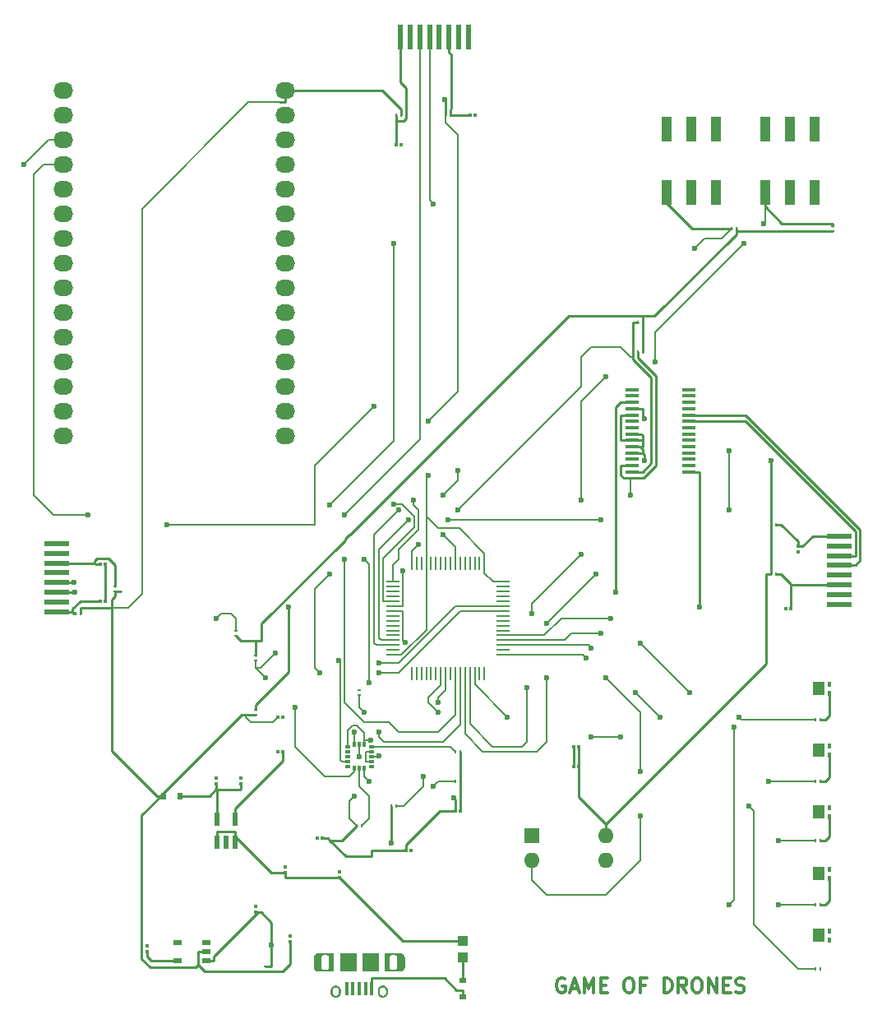
<source format=gtl>
G04 #@! TF.FileFunction,Copper,L1,Top,Signal*
%FSLAX46Y46*%
G04 Gerber Fmt 4.6, Leading zero omitted, Abs format (unit mm)*
G04 Created by KiCad (PCBNEW 4.0.7) date 07/02/18 07:29:01*
%MOMM*%
%LPD*%
G01*
G04 APERTURE LIST*
%ADD10C,0.100000*%
%ADD11C,0.300000*%
%ADD12R,0.400000X1.350000*%
%ADD13R,1.800000X1.900000*%
%ADD14R,0.100000X0.100000*%
%ADD15O,2.032000X1.727200*%
%ADD16R,0.600000X2.500000*%
%ADD17R,0.350000X0.300000*%
%ADD18R,0.280000X0.430000*%
%ADD19R,0.300000X0.350000*%
%ADD20R,2.500000X0.600000*%
%ADD21R,0.430000X0.280000*%
%ADD22R,0.380000X0.550000*%
%ADD23R,1.200000X1.400000*%
%ADD24R,0.800000X0.600000*%
%ADD25R,0.600000X0.800000*%
%ADD26R,1.600000X1.600000*%
%ADD27O,1.600000X1.600000*%
%ADD28R,1.000000X1.100000*%
%ADD29R,1.473200X0.355600*%
%ADD30R,1.000000X2.500000*%
%ADD31R,0.520000X0.350000*%
%ADD32R,0.350000X0.520000*%
%ADD33R,0.600000X1.390000*%
%ADD34R,0.914400X0.533400*%
%ADD35R,1.470000X0.250000*%
%ADD36R,0.250000X1.470000*%
%ADD37C,0.600000*%
%ADD38C,0.250000*%
%ADD39C,0.200000*%
G04 APERTURE END LIST*
D10*
D11*
X147134571Y-140220000D02*
X146991714Y-140148571D01*
X146777428Y-140148571D01*
X146563143Y-140220000D01*
X146420285Y-140362857D01*
X146348857Y-140505714D01*
X146277428Y-140791429D01*
X146277428Y-141005714D01*
X146348857Y-141291429D01*
X146420285Y-141434286D01*
X146563143Y-141577143D01*
X146777428Y-141648571D01*
X146920285Y-141648571D01*
X147134571Y-141577143D01*
X147206000Y-141505714D01*
X147206000Y-141005714D01*
X146920285Y-141005714D01*
X147777428Y-141220000D02*
X148491714Y-141220000D01*
X147634571Y-141648571D02*
X148134571Y-140148571D01*
X148634571Y-141648571D01*
X149134571Y-141648571D02*
X149134571Y-140148571D01*
X149634571Y-141220000D01*
X150134571Y-140148571D01*
X150134571Y-141648571D01*
X150848857Y-140862857D02*
X151348857Y-140862857D01*
X151563143Y-141648571D02*
X150848857Y-141648571D01*
X150848857Y-140148571D01*
X151563143Y-140148571D01*
X153634571Y-140148571D02*
X153920285Y-140148571D01*
X154063143Y-140220000D01*
X154206000Y-140362857D01*
X154277428Y-140648571D01*
X154277428Y-141148571D01*
X154206000Y-141434286D01*
X154063143Y-141577143D01*
X153920285Y-141648571D01*
X153634571Y-141648571D01*
X153491714Y-141577143D01*
X153348857Y-141434286D01*
X153277428Y-141148571D01*
X153277428Y-140648571D01*
X153348857Y-140362857D01*
X153491714Y-140220000D01*
X153634571Y-140148571D01*
X155420286Y-140862857D02*
X154920286Y-140862857D01*
X154920286Y-141648571D02*
X154920286Y-140148571D01*
X155634572Y-140148571D01*
X157348857Y-141648571D02*
X157348857Y-140148571D01*
X157706000Y-140148571D01*
X157920285Y-140220000D01*
X158063143Y-140362857D01*
X158134571Y-140505714D01*
X158206000Y-140791429D01*
X158206000Y-141005714D01*
X158134571Y-141291429D01*
X158063143Y-141434286D01*
X157920285Y-141577143D01*
X157706000Y-141648571D01*
X157348857Y-141648571D01*
X159706000Y-141648571D02*
X159206000Y-140934286D01*
X158848857Y-141648571D02*
X158848857Y-140148571D01*
X159420285Y-140148571D01*
X159563143Y-140220000D01*
X159634571Y-140291429D01*
X159706000Y-140434286D01*
X159706000Y-140648571D01*
X159634571Y-140791429D01*
X159563143Y-140862857D01*
X159420285Y-140934286D01*
X158848857Y-140934286D01*
X160634571Y-140148571D02*
X160920285Y-140148571D01*
X161063143Y-140220000D01*
X161206000Y-140362857D01*
X161277428Y-140648571D01*
X161277428Y-141148571D01*
X161206000Y-141434286D01*
X161063143Y-141577143D01*
X160920285Y-141648571D01*
X160634571Y-141648571D01*
X160491714Y-141577143D01*
X160348857Y-141434286D01*
X160277428Y-141148571D01*
X160277428Y-140648571D01*
X160348857Y-140362857D01*
X160491714Y-140220000D01*
X160634571Y-140148571D01*
X161920286Y-141648571D02*
X161920286Y-140148571D01*
X162777429Y-141648571D01*
X162777429Y-140148571D01*
X163491715Y-140862857D02*
X163991715Y-140862857D01*
X164206001Y-141648571D02*
X163491715Y-141648571D01*
X163491715Y-140148571D01*
X164206001Y-140148571D01*
X164777429Y-141577143D02*
X164991715Y-141648571D01*
X165348858Y-141648571D01*
X165491715Y-141577143D01*
X165563144Y-141505714D01*
X165634572Y-141362857D01*
X165634572Y-141220000D01*
X165563144Y-141077143D01*
X165491715Y-141005714D01*
X165348858Y-140934286D01*
X165063144Y-140862857D01*
X164920286Y-140791429D01*
X164848858Y-140720000D01*
X164777429Y-140577143D01*
X164777429Y-140434286D01*
X164848858Y-140291429D01*
X164920286Y-140220000D01*
X165063144Y-140148571D01*
X165420286Y-140148571D01*
X165634572Y-140220000D01*
D10*
G36*
X128409000Y-141974000D02*
X128409000Y-142174000D01*
X128395260Y-142174000D01*
X128367800Y-142172561D01*
X128340450Y-142169687D01*
X128313300Y-142165386D01*
X128286400Y-142159670D01*
X128259840Y-142152554D01*
X128233690Y-142144057D01*
X128208030Y-142134204D01*
X128182910Y-142123021D01*
X128158410Y-142110539D01*
X128134600Y-142096791D01*
X128111540Y-142081816D01*
X128089290Y-142065655D01*
X128067930Y-142048352D01*
X128047490Y-142029954D01*
X128028050Y-142010512D01*
X128009650Y-141990079D01*
X127992350Y-141968712D01*
X127976190Y-141946468D01*
X127961210Y-141923408D01*
X127947460Y-141899597D01*
X127934980Y-141875099D01*
X127923800Y-141849981D01*
X127913940Y-141824312D01*
X127905450Y-141798162D01*
X127898330Y-141771604D01*
X127892610Y-141744710D01*
X127888310Y-141717553D01*
X127885440Y-141690208D01*
X127884000Y-141662751D01*
X127884000Y-141649000D01*
X127884000Y-141449000D01*
X127884000Y-141435256D01*
X127885440Y-141407798D01*
X127888310Y-141380453D01*
X127892610Y-141353297D01*
X127898330Y-141326402D01*
X127905450Y-141299844D01*
X127913940Y-141273694D01*
X127923800Y-141248025D01*
X127934980Y-141222907D01*
X127947460Y-141198409D01*
X127961210Y-141174597D01*
X127976180Y-141151537D01*
X127992340Y-141129293D01*
X128009650Y-141107925D01*
X128028050Y-141087492D01*
X128047490Y-141068050D01*
X128067920Y-141049652D01*
X128089290Y-141032349D01*
X128111530Y-141016187D01*
X128134590Y-141001212D01*
X128158400Y-140987464D01*
X128182900Y-140974982D01*
X128208020Y-140963798D01*
X128233690Y-140953945D01*
X128259840Y-140945448D01*
X128286400Y-140938332D01*
X128313290Y-140932615D01*
X128340450Y-140928314D01*
X128367790Y-140925439D01*
X128395250Y-140924000D01*
X128409000Y-140924000D01*
X128409000Y-141124000D01*
X128400490Y-141124000D01*
X128383490Y-141124891D01*
X128366570Y-141126670D01*
X128349760Y-141129332D01*
X128333110Y-141132871D01*
X128316670Y-141137276D01*
X128300480Y-141142536D01*
X128284590Y-141148635D01*
X128269040Y-141155558D01*
X128253870Y-141163286D01*
X128239130Y-141171796D01*
X128224860Y-141181066D01*
X128211090Y-141191071D01*
X128197860Y-141201782D01*
X128185210Y-141213171D01*
X128173170Y-141225207D01*
X128161780Y-141237856D01*
X128151070Y-141251083D01*
X128141070Y-141264853D01*
X128131800Y-141279128D01*
X128123290Y-141293869D01*
X128115560Y-141309034D01*
X128108640Y-141324583D01*
X128102540Y-141340474D01*
X128097280Y-141356662D01*
X128092870Y-141373102D01*
X128089330Y-141389751D01*
X128086670Y-141406563D01*
X128084890Y-141423490D01*
X128084000Y-141440488D01*
X128084000Y-141449000D01*
X128084000Y-141649000D01*
X128084000Y-141657508D01*
X128084890Y-141674506D01*
X128086670Y-141691434D01*
X128089330Y-141708245D01*
X128092870Y-141724894D01*
X128097280Y-141741335D01*
X128102540Y-141757523D01*
X128108640Y-141773413D01*
X128115560Y-141788962D01*
X128123290Y-141804128D01*
X128131800Y-141818869D01*
X128141070Y-141833143D01*
X128151070Y-141846914D01*
X128161780Y-141860141D01*
X128173170Y-141872790D01*
X128185210Y-141884826D01*
X128197860Y-141896215D01*
X128211080Y-141906927D01*
X128224850Y-141916932D01*
X128239130Y-141926202D01*
X128253870Y-141934712D01*
X128269030Y-141942440D01*
X128284580Y-141949363D01*
X128300470Y-141955463D01*
X128316660Y-141960723D01*
X128333100Y-141965128D01*
X128349750Y-141968667D01*
X128366560Y-141971330D01*
X128383490Y-141973109D01*
X128400490Y-141974000D01*
X128409000Y-141974000D01*
G37*
G36*
X128409000Y-141124000D02*
X128409000Y-140924000D01*
X128422740Y-140924000D01*
X128450200Y-140925439D01*
X128477550Y-140928313D01*
X128504700Y-140932614D01*
X128531600Y-140938330D01*
X128558160Y-140945446D01*
X128584310Y-140953943D01*
X128609970Y-140963796D01*
X128635090Y-140974979D01*
X128659590Y-140987461D01*
X128683400Y-141001209D01*
X128706460Y-141016184D01*
X128728710Y-141032345D01*
X128750070Y-141049648D01*
X128770510Y-141068046D01*
X128789950Y-141087488D01*
X128808350Y-141107921D01*
X128825650Y-141129288D01*
X128841810Y-141151532D01*
X128856790Y-141174592D01*
X128870540Y-141198403D01*
X128883020Y-141222901D01*
X128894200Y-141248020D01*
X128904060Y-141273688D01*
X128912550Y-141299838D01*
X128919670Y-141326396D01*
X128925390Y-141353290D01*
X128929690Y-141380447D01*
X128932560Y-141407792D01*
X128934000Y-141435249D01*
X128934000Y-141449000D01*
X128934000Y-141649000D01*
X128934000Y-141662744D01*
X128932560Y-141690202D01*
X128929690Y-141717547D01*
X128925390Y-141744703D01*
X128919670Y-141771598D01*
X128912550Y-141798156D01*
X128904060Y-141824306D01*
X128894200Y-141849975D01*
X128883020Y-141875093D01*
X128870540Y-141899591D01*
X128856790Y-141923403D01*
X128841820Y-141946463D01*
X128825660Y-141968707D01*
X128808350Y-141990075D01*
X128789950Y-142010508D01*
X128770510Y-142029950D01*
X128750080Y-142048348D01*
X128728710Y-142065651D01*
X128706470Y-142081813D01*
X128683410Y-142096788D01*
X128659600Y-142110536D01*
X128635100Y-142123018D01*
X128609980Y-142134202D01*
X128584310Y-142144055D01*
X128558160Y-142152552D01*
X128531600Y-142159668D01*
X128504710Y-142165385D01*
X128477550Y-142169686D01*
X128450210Y-142172561D01*
X128422750Y-142174000D01*
X128409000Y-142174000D01*
X128409000Y-141974000D01*
X128417510Y-141974000D01*
X128434510Y-141973109D01*
X128451430Y-141971330D01*
X128468240Y-141968668D01*
X128484890Y-141965129D01*
X128501330Y-141960724D01*
X128517520Y-141955464D01*
X128533410Y-141949364D01*
X128548960Y-141942442D01*
X128564130Y-141934714D01*
X128578870Y-141926204D01*
X128593140Y-141916934D01*
X128606910Y-141906929D01*
X128620140Y-141896218D01*
X128632790Y-141884829D01*
X128644830Y-141872793D01*
X128656220Y-141860144D01*
X128666930Y-141846917D01*
X128676930Y-141833147D01*
X128686200Y-141818872D01*
X128694710Y-141804131D01*
X128702440Y-141788966D01*
X128709360Y-141773417D01*
X128715460Y-141757526D01*
X128720720Y-141741338D01*
X128725130Y-141724898D01*
X128728670Y-141708249D01*
X128731330Y-141691437D01*
X128733110Y-141674510D01*
X128734000Y-141657512D01*
X128734000Y-141649000D01*
X128734000Y-141449000D01*
X128734000Y-141440492D01*
X128733110Y-141423494D01*
X128731330Y-141406566D01*
X128728670Y-141389755D01*
X128725130Y-141373106D01*
X128720720Y-141356665D01*
X128715460Y-141340477D01*
X128709360Y-141324587D01*
X128702440Y-141309038D01*
X128694710Y-141293872D01*
X128686200Y-141279131D01*
X128676930Y-141264857D01*
X128666930Y-141251086D01*
X128656220Y-141237859D01*
X128644830Y-141225210D01*
X128632790Y-141213174D01*
X128620140Y-141201785D01*
X128606920Y-141191073D01*
X128593150Y-141181068D01*
X128578870Y-141171798D01*
X128564130Y-141163287D01*
X128548970Y-141155560D01*
X128533420Y-141148637D01*
X128517530Y-141142537D01*
X128501340Y-141137277D01*
X128484900Y-141132872D01*
X128468250Y-141129333D01*
X128451440Y-141126670D01*
X128434510Y-141124891D01*
X128417510Y-141124000D01*
X128409000Y-141124000D01*
G37*
G36*
X123559000Y-141974000D02*
X123559000Y-142174000D01*
X123545260Y-142174000D01*
X123517800Y-142172561D01*
X123490450Y-142169687D01*
X123463300Y-142165386D01*
X123436400Y-142159670D01*
X123409840Y-142152554D01*
X123383690Y-142144057D01*
X123358030Y-142134204D01*
X123332910Y-142123021D01*
X123308410Y-142110539D01*
X123284600Y-142096791D01*
X123261540Y-142081816D01*
X123239290Y-142065655D01*
X123217930Y-142048352D01*
X123197490Y-142029954D01*
X123178050Y-142010512D01*
X123159650Y-141990079D01*
X123142350Y-141968712D01*
X123126190Y-141946468D01*
X123111210Y-141923408D01*
X123097460Y-141899597D01*
X123084980Y-141875099D01*
X123073800Y-141849981D01*
X123063940Y-141824312D01*
X123055450Y-141798162D01*
X123048330Y-141771604D01*
X123042610Y-141744710D01*
X123038310Y-141717553D01*
X123035440Y-141690208D01*
X123034000Y-141662751D01*
X123034000Y-141649000D01*
X123034000Y-141449000D01*
X123034000Y-141435256D01*
X123035440Y-141407798D01*
X123038310Y-141380453D01*
X123042610Y-141353297D01*
X123048330Y-141326402D01*
X123055450Y-141299844D01*
X123063940Y-141273694D01*
X123073800Y-141248025D01*
X123084980Y-141222907D01*
X123097460Y-141198409D01*
X123111210Y-141174597D01*
X123126180Y-141151537D01*
X123142340Y-141129293D01*
X123159650Y-141107925D01*
X123178050Y-141087492D01*
X123197490Y-141068050D01*
X123217920Y-141049652D01*
X123239290Y-141032349D01*
X123261530Y-141016187D01*
X123284590Y-141001212D01*
X123308400Y-140987464D01*
X123332900Y-140974982D01*
X123358020Y-140963798D01*
X123383690Y-140953945D01*
X123409840Y-140945448D01*
X123436400Y-140938332D01*
X123463290Y-140932615D01*
X123490450Y-140928314D01*
X123517790Y-140925439D01*
X123545250Y-140924000D01*
X123559000Y-140924000D01*
X123559000Y-141124000D01*
X123550490Y-141124000D01*
X123533490Y-141124891D01*
X123516570Y-141126670D01*
X123499760Y-141129332D01*
X123483110Y-141132871D01*
X123466670Y-141137276D01*
X123450480Y-141142536D01*
X123434590Y-141148635D01*
X123419040Y-141155558D01*
X123403870Y-141163286D01*
X123389130Y-141171796D01*
X123374860Y-141181066D01*
X123361090Y-141191071D01*
X123347860Y-141201782D01*
X123335210Y-141213171D01*
X123323170Y-141225207D01*
X123311780Y-141237856D01*
X123301070Y-141251083D01*
X123291070Y-141264853D01*
X123281800Y-141279128D01*
X123273290Y-141293869D01*
X123265560Y-141309034D01*
X123258640Y-141324583D01*
X123252540Y-141340474D01*
X123247280Y-141356662D01*
X123242870Y-141373102D01*
X123239330Y-141389751D01*
X123236670Y-141406563D01*
X123234890Y-141423490D01*
X123234000Y-141440488D01*
X123234000Y-141449000D01*
X123234000Y-141649000D01*
X123234000Y-141657508D01*
X123234890Y-141674506D01*
X123236670Y-141691434D01*
X123239330Y-141708245D01*
X123242870Y-141724894D01*
X123247280Y-141741335D01*
X123252540Y-141757523D01*
X123258640Y-141773413D01*
X123265560Y-141788962D01*
X123273290Y-141804128D01*
X123281800Y-141818869D01*
X123291070Y-141833143D01*
X123301070Y-141846914D01*
X123311780Y-141860141D01*
X123323170Y-141872790D01*
X123335210Y-141884826D01*
X123347860Y-141896215D01*
X123361080Y-141906927D01*
X123374850Y-141916932D01*
X123389130Y-141926202D01*
X123403870Y-141934712D01*
X123419030Y-141942440D01*
X123434580Y-141949363D01*
X123450470Y-141955463D01*
X123466660Y-141960723D01*
X123483100Y-141965128D01*
X123499750Y-141968667D01*
X123516560Y-141971330D01*
X123533490Y-141973109D01*
X123550490Y-141974000D01*
X123559000Y-141974000D01*
G37*
G36*
X123559000Y-141124000D02*
X123559000Y-140924000D01*
X123572740Y-140924000D01*
X123600200Y-140925439D01*
X123627550Y-140928313D01*
X123654700Y-140932614D01*
X123681600Y-140938330D01*
X123708160Y-140945446D01*
X123734310Y-140953943D01*
X123759970Y-140963796D01*
X123785090Y-140974979D01*
X123809590Y-140987461D01*
X123833400Y-141001209D01*
X123856460Y-141016184D01*
X123878710Y-141032345D01*
X123900070Y-141049648D01*
X123920510Y-141068046D01*
X123939950Y-141087488D01*
X123958350Y-141107921D01*
X123975650Y-141129288D01*
X123991810Y-141151532D01*
X124006790Y-141174592D01*
X124020540Y-141198403D01*
X124033020Y-141222901D01*
X124044200Y-141248020D01*
X124054060Y-141273688D01*
X124062550Y-141299838D01*
X124069670Y-141326396D01*
X124075390Y-141353290D01*
X124079690Y-141380447D01*
X124082560Y-141407792D01*
X124084000Y-141435249D01*
X124084000Y-141449000D01*
X124084000Y-141649000D01*
X124084000Y-141662744D01*
X124082560Y-141690202D01*
X124079690Y-141717547D01*
X124075390Y-141744703D01*
X124069670Y-141771598D01*
X124062550Y-141798156D01*
X124054060Y-141824306D01*
X124044200Y-141849975D01*
X124033020Y-141875093D01*
X124020540Y-141899591D01*
X124006790Y-141923403D01*
X123991820Y-141946463D01*
X123975660Y-141968707D01*
X123958350Y-141990075D01*
X123939950Y-142010508D01*
X123920510Y-142029950D01*
X123900080Y-142048348D01*
X123878710Y-142065651D01*
X123856470Y-142081813D01*
X123833410Y-142096788D01*
X123809600Y-142110536D01*
X123785100Y-142123018D01*
X123759980Y-142134202D01*
X123734310Y-142144055D01*
X123708160Y-142152552D01*
X123681600Y-142159668D01*
X123654710Y-142165385D01*
X123627550Y-142169686D01*
X123600210Y-142172561D01*
X123572750Y-142174000D01*
X123559000Y-142174000D01*
X123559000Y-141974000D01*
X123567510Y-141974000D01*
X123584510Y-141973109D01*
X123601430Y-141971330D01*
X123618240Y-141968668D01*
X123634890Y-141965129D01*
X123651330Y-141960724D01*
X123667520Y-141955464D01*
X123683410Y-141949364D01*
X123698960Y-141942442D01*
X123714130Y-141934714D01*
X123728870Y-141926204D01*
X123743140Y-141916934D01*
X123756910Y-141906929D01*
X123770140Y-141896218D01*
X123782790Y-141884829D01*
X123794830Y-141872793D01*
X123806220Y-141860144D01*
X123816930Y-141846917D01*
X123826930Y-141833147D01*
X123836200Y-141818872D01*
X123844710Y-141804131D01*
X123852440Y-141788966D01*
X123859360Y-141773417D01*
X123865460Y-141757526D01*
X123870720Y-141741338D01*
X123875130Y-141724898D01*
X123878670Y-141708249D01*
X123881330Y-141691437D01*
X123883110Y-141674510D01*
X123884000Y-141657512D01*
X123884000Y-141649000D01*
X123884000Y-141449000D01*
X123884000Y-141440492D01*
X123883110Y-141423494D01*
X123881330Y-141406566D01*
X123878670Y-141389755D01*
X123875130Y-141373106D01*
X123870720Y-141356665D01*
X123865460Y-141340477D01*
X123859360Y-141324587D01*
X123852440Y-141309038D01*
X123844710Y-141293872D01*
X123836200Y-141279131D01*
X123826930Y-141264857D01*
X123816930Y-141251086D01*
X123806220Y-141237859D01*
X123794830Y-141225210D01*
X123782790Y-141213174D01*
X123770140Y-141201785D01*
X123756920Y-141191073D01*
X123743150Y-141181068D01*
X123728870Y-141171798D01*
X123714130Y-141163287D01*
X123698970Y-141155560D01*
X123683420Y-141148637D01*
X123667530Y-141142537D01*
X123651340Y-141137277D01*
X123634900Y-141132872D01*
X123618250Y-141129333D01*
X123601440Y-141126670D01*
X123584510Y-141124891D01*
X123567510Y-141124000D01*
X123559000Y-141124000D01*
G37*
G36*
X128584000Y-139499000D02*
X130184000Y-139499000D01*
X130197090Y-139499000D01*
X130223240Y-139497630D01*
X130249280Y-139494890D01*
X130275150Y-139490800D01*
X130300760Y-139485350D01*
X130326050Y-139478570D01*
X130350960Y-139470480D01*
X130375400Y-139461100D01*
X130399330Y-139450450D01*
X130422660Y-139438560D01*
X130445340Y-139425470D01*
X130467300Y-139411210D01*
X130488480Y-139395810D01*
X130508830Y-139379340D01*
X130528290Y-139361810D01*
X130546810Y-139343300D01*
X130564330Y-139323840D01*
X130580810Y-139303490D01*
X130596200Y-139282300D01*
X130610460Y-139260340D01*
X130623560Y-139237660D01*
X130635450Y-139214330D01*
X130646100Y-139190410D01*
X130655480Y-139165960D01*
X130663570Y-139141060D01*
X130670350Y-139115770D01*
X130675800Y-139090150D01*
X130679890Y-139064290D01*
X130682630Y-139038250D01*
X130684000Y-139012100D01*
X130684000Y-138999000D01*
X130684000Y-138549000D01*
X129909000Y-138549000D01*
X129909000Y-138999000D01*
X129909000Y-139006850D01*
X129908180Y-139022540D01*
X129906540Y-139038170D01*
X129904080Y-139053690D01*
X129900810Y-139069060D01*
X129896740Y-139084230D01*
X129891890Y-139099170D01*
X129886260Y-139113840D01*
X129879870Y-139128200D01*
X129872740Y-139142200D01*
X129864880Y-139155800D01*
X129856320Y-139168980D01*
X129847090Y-139181690D01*
X129837200Y-139193900D01*
X129826690Y-139205580D01*
X129815580Y-139216690D01*
X129803900Y-139227200D01*
X129791690Y-139237090D01*
X129778980Y-139246320D01*
X129765800Y-139254880D01*
X129752200Y-139262730D01*
X129738200Y-139269870D01*
X129723850Y-139276260D01*
X129709180Y-139281890D01*
X129694240Y-139286740D01*
X129679060Y-139290810D01*
X129663690Y-139294080D01*
X129648170Y-139296540D01*
X129632550Y-139298180D01*
X129616860Y-139299000D01*
X129609000Y-139299000D01*
X129384000Y-139299000D01*
X129376150Y-139299000D01*
X129360460Y-139298180D01*
X129344830Y-139296540D01*
X129329310Y-139294080D01*
X129313940Y-139290810D01*
X129298770Y-139286740D01*
X129283830Y-139281890D01*
X129269160Y-139276260D01*
X129254800Y-139269870D01*
X129240800Y-139262740D01*
X129227200Y-139254880D01*
X129214020Y-139246320D01*
X129201310Y-139237090D01*
X129189100Y-139227200D01*
X129177420Y-139216690D01*
X129166310Y-139205580D01*
X129155800Y-139193900D01*
X129145910Y-139181690D01*
X129136680Y-139168980D01*
X129128120Y-139155800D01*
X129120270Y-139142200D01*
X129113130Y-139128200D01*
X129106740Y-139113850D01*
X129101110Y-139099180D01*
X129096260Y-139084240D01*
X129092190Y-139069060D01*
X129088920Y-139053690D01*
X129086460Y-139038170D01*
X129084820Y-139022550D01*
X129084000Y-139006860D01*
X129084000Y-138999000D01*
X129084000Y-138549000D01*
X128584000Y-138549000D01*
X128584000Y-139499000D01*
G37*
G36*
X123384000Y-137599000D02*
X121784000Y-137599000D01*
X121770910Y-137599000D01*
X121744760Y-137600370D01*
X121718720Y-137603110D01*
X121692850Y-137607200D01*
X121667240Y-137612650D01*
X121641950Y-137619430D01*
X121617040Y-137627520D01*
X121592600Y-137636900D01*
X121568670Y-137647550D01*
X121545340Y-137659440D01*
X121522660Y-137672530D01*
X121500700Y-137686790D01*
X121479520Y-137702190D01*
X121459170Y-137718660D01*
X121439710Y-137736190D01*
X121421190Y-137754700D01*
X121403670Y-137774160D01*
X121387190Y-137794510D01*
X121371800Y-137815700D01*
X121357540Y-137837660D01*
X121344440Y-137860340D01*
X121332550Y-137883670D01*
X121321900Y-137907590D01*
X121312520Y-137932040D01*
X121304430Y-137956940D01*
X121297650Y-137982230D01*
X121292200Y-138007850D01*
X121288110Y-138033710D01*
X121285370Y-138059750D01*
X121284000Y-138085900D01*
X121284000Y-138099000D01*
X121284000Y-138549000D01*
X122059000Y-138549000D01*
X122059000Y-138099000D01*
X122059000Y-138091150D01*
X122059820Y-138075460D01*
X122061460Y-138059830D01*
X122063920Y-138044310D01*
X122067190Y-138028940D01*
X122071260Y-138013770D01*
X122076110Y-137998830D01*
X122081740Y-137984160D01*
X122088130Y-137969800D01*
X122095260Y-137955800D01*
X122103120Y-137942200D01*
X122111680Y-137929020D01*
X122120910Y-137916310D01*
X122130800Y-137904100D01*
X122141310Y-137892420D01*
X122152420Y-137881310D01*
X122164100Y-137870800D01*
X122176310Y-137860910D01*
X122189020Y-137851680D01*
X122202200Y-137843120D01*
X122215800Y-137835270D01*
X122229800Y-137828130D01*
X122244150Y-137821740D01*
X122258820Y-137816110D01*
X122273760Y-137811260D01*
X122288940Y-137807190D01*
X122304310Y-137803920D01*
X122319830Y-137801460D01*
X122335450Y-137799820D01*
X122351140Y-137799000D01*
X122359000Y-137799000D01*
X122584000Y-137799000D01*
X122591850Y-137799000D01*
X122607540Y-137799820D01*
X122623170Y-137801460D01*
X122638690Y-137803920D01*
X122654060Y-137807190D01*
X122669230Y-137811260D01*
X122684170Y-137816110D01*
X122698840Y-137821740D01*
X122713200Y-137828130D01*
X122727200Y-137835260D01*
X122740800Y-137843120D01*
X122753980Y-137851680D01*
X122766690Y-137860910D01*
X122778900Y-137870800D01*
X122790580Y-137881310D01*
X122801690Y-137892420D01*
X122812200Y-137904100D01*
X122822090Y-137916310D01*
X122831320Y-137929020D01*
X122839880Y-137942200D01*
X122847730Y-137955800D01*
X122854870Y-137969800D01*
X122861260Y-137984150D01*
X122866890Y-137998820D01*
X122871740Y-138013760D01*
X122875810Y-138028940D01*
X122879080Y-138044310D01*
X122881540Y-138059830D01*
X122883180Y-138075450D01*
X122884000Y-138091140D01*
X122884000Y-138099000D01*
X122884000Y-138549000D01*
X123384000Y-138549000D01*
X123384000Y-137599000D01*
G37*
G36*
X129084000Y-138549000D02*
X128584000Y-138549000D01*
X128584000Y-137599000D01*
X130184000Y-137599000D01*
X130197090Y-137599000D01*
X130223240Y-137600370D01*
X130249280Y-137603110D01*
X130275150Y-137607200D01*
X130300760Y-137612650D01*
X130326050Y-137619430D01*
X130350960Y-137627520D01*
X130375400Y-137636900D01*
X130399330Y-137647550D01*
X130422660Y-137659440D01*
X130445340Y-137672530D01*
X130467300Y-137686790D01*
X130488480Y-137702190D01*
X130508830Y-137718660D01*
X130528290Y-137736190D01*
X130546810Y-137754700D01*
X130564330Y-137774160D01*
X130580810Y-137794510D01*
X130596200Y-137815700D01*
X130610460Y-137837660D01*
X130623560Y-137860340D01*
X130635450Y-137883670D01*
X130646100Y-137907590D01*
X130655480Y-137932040D01*
X130663570Y-137956940D01*
X130670350Y-137982230D01*
X130675800Y-138007850D01*
X130679890Y-138033710D01*
X130682630Y-138059750D01*
X130684000Y-138085900D01*
X130684000Y-138099000D01*
X130684000Y-138549000D01*
X129909000Y-138549000D01*
X129909000Y-138074000D01*
X129909000Y-138066800D01*
X129908250Y-138052420D01*
X129906740Y-138038090D01*
X129904490Y-138023870D01*
X129901490Y-138009780D01*
X129897770Y-137995870D01*
X129893320Y-137982170D01*
X129888150Y-137968730D01*
X129882300Y-137955570D01*
X129875760Y-137942740D01*
X129868560Y-137930270D01*
X129860710Y-137918190D01*
X129852250Y-137906530D01*
X129843180Y-137895340D01*
X129833550Y-137884640D01*
X129823360Y-137874450D01*
X129812660Y-137864820D01*
X129801470Y-137855750D01*
X129789820Y-137847290D01*
X129777740Y-137839440D01*
X129765270Y-137832240D01*
X129752430Y-137825700D01*
X129739280Y-137819850D01*
X129725830Y-137814690D01*
X129712130Y-137810230D01*
X129698220Y-137806510D01*
X129684130Y-137803510D01*
X129669910Y-137801260D01*
X129655590Y-137799750D01*
X129641200Y-137799000D01*
X129634000Y-137799000D01*
X129384000Y-137799000D01*
X129376150Y-137799000D01*
X129360460Y-137799820D01*
X129344830Y-137801460D01*
X129329310Y-137803920D01*
X129313940Y-137807190D01*
X129298770Y-137811260D01*
X129283830Y-137816110D01*
X129269160Y-137821740D01*
X129254800Y-137828130D01*
X129240800Y-137835260D01*
X129227200Y-137843120D01*
X129214020Y-137851680D01*
X129201310Y-137860910D01*
X129189100Y-137870800D01*
X129177420Y-137881310D01*
X129166310Y-137892420D01*
X129155800Y-137904100D01*
X129145910Y-137916310D01*
X129136680Y-137929020D01*
X129128120Y-137942200D01*
X129120270Y-137955800D01*
X129113130Y-137969800D01*
X129106740Y-137984150D01*
X129101110Y-137998820D01*
X129096260Y-138013760D01*
X129092190Y-138028940D01*
X129088920Y-138044310D01*
X129086460Y-138059830D01*
X129084820Y-138075450D01*
X129084000Y-138091140D01*
X129084000Y-138099000D01*
X129084000Y-138549000D01*
G37*
G36*
X122884000Y-138549000D02*
X123384000Y-138549000D01*
X123384000Y-139499000D01*
X121784000Y-139499000D01*
X121770910Y-139499000D01*
X121744760Y-139497630D01*
X121718720Y-139494890D01*
X121692850Y-139490800D01*
X121667240Y-139485350D01*
X121641950Y-139478570D01*
X121617040Y-139470480D01*
X121592600Y-139461100D01*
X121568670Y-139450450D01*
X121545340Y-139438560D01*
X121522660Y-139425470D01*
X121500700Y-139411210D01*
X121479520Y-139395810D01*
X121459170Y-139379340D01*
X121439710Y-139361810D01*
X121421190Y-139343300D01*
X121403670Y-139323840D01*
X121387190Y-139303490D01*
X121371800Y-139282300D01*
X121357540Y-139260340D01*
X121344440Y-139237660D01*
X121332550Y-139214330D01*
X121321900Y-139190410D01*
X121312520Y-139165960D01*
X121304430Y-139141060D01*
X121297650Y-139115770D01*
X121292200Y-139090150D01*
X121288110Y-139064290D01*
X121285370Y-139038250D01*
X121284000Y-139012100D01*
X121284000Y-138999000D01*
X121284000Y-138549000D01*
X122059000Y-138549000D01*
X122059000Y-139024000D01*
X122059000Y-139031200D01*
X122059750Y-139045580D01*
X122061260Y-139059910D01*
X122063510Y-139074130D01*
X122066510Y-139088220D01*
X122070230Y-139102130D01*
X122074680Y-139115830D01*
X122079850Y-139129270D01*
X122085700Y-139142430D01*
X122092240Y-139155260D01*
X122099440Y-139167730D01*
X122107290Y-139179810D01*
X122115750Y-139191470D01*
X122124820Y-139202660D01*
X122134450Y-139213360D01*
X122144640Y-139223550D01*
X122155340Y-139233180D01*
X122166530Y-139242250D01*
X122178180Y-139250710D01*
X122190260Y-139258560D01*
X122202730Y-139265760D01*
X122215570Y-139272300D01*
X122228720Y-139278150D01*
X122242170Y-139283310D01*
X122255870Y-139287770D01*
X122269780Y-139291490D01*
X122283870Y-139294490D01*
X122298090Y-139296740D01*
X122312410Y-139298250D01*
X122326800Y-139299000D01*
X122334000Y-139299000D01*
X122584000Y-139299000D01*
X122591850Y-139299000D01*
X122607540Y-139298180D01*
X122623170Y-139296540D01*
X122638690Y-139294080D01*
X122654060Y-139290810D01*
X122669230Y-139286740D01*
X122684170Y-139281890D01*
X122698840Y-139276260D01*
X122713200Y-139269870D01*
X122727200Y-139262740D01*
X122740800Y-139254880D01*
X122753980Y-139246320D01*
X122766690Y-139237090D01*
X122778900Y-139227200D01*
X122790580Y-139216690D01*
X122801690Y-139205580D01*
X122812200Y-139193900D01*
X122822090Y-139181690D01*
X122831320Y-139168980D01*
X122839880Y-139155800D01*
X122847730Y-139142200D01*
X122854870Y-139128200D01*
X122861260Y-139113850D01*
X122866890Y-139099180D01*
X122871740Y-139084240D01*
X122875810Y-139069060D01*
X122879080Y-139053690D01*
X122881540Y-139038170D01*
X122883180Y-139022550D01*
X122884000Y-139006860D01*
X122884000Y-138999000D01*
X122884000Y-138549000D01*
G37*
D12*
X125984000Y-141224000D03*
X126634000Y-141224000D03*
X125334000Y-141224000D03*
X127284000Y-141224000D03*
X124684000Y-141224000D03*
D13*
X127134000Y-138549000D03*
X124834000Y-138549000D03*
D14*
X128409000Y-142074000D03*
X123559000Y-142061500D03*
X130496500Y-138511500D03*
X121471500Y-138536500D03*
D15*
X118364000Y-84328000D03*
X118364000Y-81788000D03*
X118364000Y-79248000D03*
X118364000Y-76708000D03*
X118364000Y-74168000D03*
X118364000Y-71628000D03*
X118364000Y-69088000D03*
X118364000Y-66548000D03*
X118364000Y-64008000D03*
X118364000Y-61468000D03*
X118364000Y-58928000D03*
X118364000Y-56388000D03*
X118364000Y-53848000D03*
X118364000Y-51308000D03*
X118364000Y-48768000D03*
X95504000Y-84328000D03*
X95504000Y-53848000D03*
X95504000Y-51308000D03*
X95504000Y-56388000D03*
X95504000Y-71628000D03*
X95504000Y-74168000D03*
X95504000Y-69088000D03*
X95504000Y-48768000D03*
X95504000Y-64008000D03*
X95504000Y-66548000D03*
X95504000Y-61468000D03*
X95504000Y-58928000D03*
X95504000Y-79248000D03*
X95504000Y-76708000D03*
X95504000Y-81788000D03*
D16*
X130228000Y-43246000D03*
X131228000Y-43246000D03*
X132228000Y-43246000D03*
X133228000Y-43246000D03*
X134228000Y-43246000D03*
X135228000Y-43246000D03*
X136228000Y-43246000D03*
X137228000Y-43246000D03*
D17*
X171196000Y-95732000D03*
X171196000Y-96292000D03*
D18*
X168916000Y-93472000D03*
X168396000Y-93472000D03*
X168916000Y-98552000D03*
X168396000Y-98552000D03*
D19*
X170460000Y-102108000D03*
X169900000Y-102108000D03*
D20*
X175448000Y-94668000D03*
X175448000Y-95668000D03*
X175448000Y-96668000D03*
X175448000Y-97668000D03*
X175448000Y-98668000D03*
X175448000Y-99668000D03*
X175448000Y-100668000D03*
X175448000Y-101668000D03*
X94808000Y-102436000D03*
X94808000Y-101436000D03*
X94808000Y-100436000D03*
X94808000Y-99436000D03*
X94808000Y-98436000D03*
X94808000Y-97436000D03*
X94808000Y-96436000D03*
X94808000Y-95436000D03*
D19*
X99288000Y-97536000D03*
X99848000Y-97536000D03*
X99288000Y-101346000D03*
X99848000Y-101346000D03*
D18*
X96768000Y-102616000D03*
X97288000Y-102616000D03*
D21*
X100838000Y-99816000D03*
X100838000Y-100336000D03*
D18*
X172968000Y-139192000D03*
X173488000Y-139192000D03*
D22*
X174383000Y-135313000D03*
X174383000Y-136213000D03*
D23*
X173343000Y-135763000D03*
D19*
X121640000Y-125730000D03*
X122200000Y-125730000D03*
X136424000Y-122936000D03*
X135864000Y-122936000D03*
X131344000Y-127000000D03*
X130784000Y-127000000D03*
X129768000Y-54356000D03*
X130328000Y-54356000D03*
X137388000Y-51308000D03*
X137948000Y-51308000D03*
D17*
X123952000Y-129820000D03*
X123952000Y-129260000D03*
X118364000Y-129312000D03*
X118364000Y-128752000D03*
D19*
X118136000Y-116840000D03*
X117576000Y-116840000D03*
D17*
X113792000Y-120168000D03*
X113792000Y-119608000D03*
X111252000Y-120168000D03*
X111252000Y-119608000D03*
X104140000Y-137440000D03*
X104140000Y-136880000D03*
X118872000Y-136424000D03*
X118872000Y-135864000D03*
X115316000Y-133376000D03*
X115316000Y-132816000D03*
D19*
X148056000Y-116332000D03*
X148616000Y-116332000D03*
X118136000Y-113284000D03*
X117576000Y-113284000D03*
X148056000Y-118364000D03*
X148616000Y-118364000D03*
D24*
X136652000Y-142074000D03*
X136652000Y-140374000D03*
D25*
X105830000Y-121412000D03*
X107530000Y-121412000D03*
D22*
X174383000Y-122613000D03*
X174383000Y-123513000D03*
D23*
X173343000Y-123063000D03*
D22*
X174383000Y-116263000D03*
X174383000Y-117163000D03*
D23*
X173343000Y-116713000D03*
D22*
X174383000Y-109913000D03*
X174383000Y-110813000D03*
D23*
X173343000Y-110363000D03*
D22*
X174383000Y-128963000D03*
X174383000Y-129863000D03*
D23*
X173343000Y-129413000D03*
D26*
X143764000Y-125476000D03*
D27*
X151384000Y-128016000D03*
X143764000Y-128016000D03*
X151384000Y-125476000D03*
D28*
X136652000Y-136310000D03*
X136652000Y-138010000D03*
D21*
X125984000Y-111004000D03*
X125984000Y-110484000D03*
D18*
X135884000Y-119888000D03*
X136404000Y-119888000D03*
X135884000Y-116840000D03*
X136404000Y-116840000D03*
X125724000Y-124460000D03*
X126244000Y-124460000D03*
X129788000Y-51308000D03*
X130308000Y-51308000D03*
X134868000Y-51308000D03*
X135388000Y-51308000D03*
D21*
X116332000Y-138932000D03*
X116332000Y-139452000D03*
D18*
X129800000Y-122428000D03*
X129280000Y-122428000D03*
D21*
X113284000Y-104908000D03*
X113284000Y-104388000D03*
X115316000Y-106928000D03*
X115316000Y-107448000D03*
X174752000Y-62732000D03*
X174752000Y-63252000D03*
D18*
X164332000Y-62992000D03*
X164852000Y-62992000D03*
X172968000Y-125984000D03*
X173488000Y-125984000D03*
X172968000Y-119888000D03*
X173488000Y-119888000D03*
X172968000Y-113538000D03*
X173488000Y-113538000D03*
X172968000Y-132588000D03*
X173488000Y-132588000D03*
D21*
X115316000Y-113036000D03*
X115316000Y-112516000D03*
D18*
X154680000Y-75692000D03*
X155200000Y-75692000D03*
X154680000Y-72644000D03*
X155200000Y-72644000D03*
D29*
X154051000Y-79603600D03*
X154051000Y-80238600D03*
X154051000Y-80899000D03*
X154051000Y-81534000D03*
X154051000Y-82194400D03*
X154051000Y-82854800D03*
X154051000Y-83489800D03*
X154051000Y-84150200D03*
X154051000Y-84785200D03*
X154051000Y-85445600D03*
X154051000Y-86106000D03*
X154051000Y-86741000D03*
X154051000Y-87401400D03*
X154051000Y-88036400D03*
X159893000Y-88036400D03*
X159893000Y-87401400D03*
X159893000Y-86741000D03*
X159893000Y-86106000D03*
X159893000Y-85445600D03*
X159893000Y-84785200D03*
X159893000Y-84150200D03*
X159893000Y-83489800D03*
X159893000Y-82854800D03*
X159893000Y-82194400D03*
X159893000Y-81534000D03*
X159893000Y-80899000D03*
X159893000Y-80238600D03*
X159893000Y-79603600D03*
D30*
X157607000Y-59257000D03*
X157607000Y-52757000D03*
X160147000Y-59257000D03*
X160147000Y-52757000D03*
X162687000Y-59257000D03*
X162687000Y-52757000D03*
X167767000Y-59257000D03*
X167767000Y-52757000D03*
X170307000Y-59257000D03*
X170307000Y-52757000D03*
X172847000Y-59257000D03*
X172847000Y-52757000D03*
D31*
X124759000Y-116348000D03*
X124759000Y-116848000D03*
X124759000Y-117348000D03*
X124759000Y-117848000D03*
X124759000Y-118348000D03*
D32*
X125484000Y-118573000D03*
X125984000Y-118573000D03*
X126484000Y-118573000D03*
D31*
X127209000Y-118348000D03*
X127209000Y-117848000D03*
X127209000Y-117348000D03*
X127209000Y-116848000D03*
X127209000Y-116348000D03*
D32*
X126484000Y-116123000D03*
X125984000Y-116123000D03*
X125484000Y-116123000D03*
D33*
X111318000Y-126133000D03*
X112268000Y-126133000D03*
X113218000Y-126133000D03*
X113218000Y-123803000D03*
X111318000Y-123803000D03*
D34*
X110185200Y-138353800D03*
X110185200Y-137414000D03*
X110185200Y-136474200D03*
X107238800Y-136474200D03*
X107238800Y-138353800D03*
D35*
X129458000Y-99374000D03*
X129458000Y-99874000D03*
X129458000Y-100374000D03*
X129458000Y-100874000D03*
X129458000Y-101374000D03*
X129458000Y-101874000D03*
X129458000Y-102374000D03*
X129458000Y-102874000D03*
X129458000Y-103374000D03*
X129458000Y-103874000D03*
X129458000Y-104374000D03*
X129458000Y-104874000D03*
X129458000Y-105374000D03*
X129458000Y-105874000D03*
X129458000Y-106374000D03*
X129458000Y-106874000D03*
X140798000Y-106874000D03*
X140798000Y-106374000D03*
X140798000Y-105874000D03*
X140798000Y-105374000D03*
X140798000Y-104874000D03*
X140798000Y-104374000D03*
X140798000Y-103874000D03*
X140798000Y-103374000D03*
X140798000Y-102874000D03*
X140798000Y-102374000D03*
X140798000Y-101874000D03*
X140798000Y-101374000D03*
X140798000Y-100874000D03*
X140798000Y-100374000D03*
X140798000Y-99874000D03*
X140798000Y-99374000D03*
D36*
X138878000Y-97454000D03*
X138378000Y-97454000D03*
X137878000Y-97454000D03*
X137378000Y-97454000D03*
X136878000Y-97454000D03*
X136378000Y-97454000D03*
X135878000Y-97454000D03*
X135378000Y-97454000D03*
X134878000Y-97454000D03*
X134378000Y-97454000D03*
X133878000Y-97454000D03*
X133378000Y-97454000D03*
X132878000Y-97454000D03*
X132378000Y-97454000D03*
X131878000Y-97454000D03*
X131378000Y-97454000D03*
X131378000Y-108794000D03*
X131878000Y-108794000D03*
X132378000Y-108794000D03*
X132878000Y-108794000D03*
X133378000Y-108794000D03*
X133878000Y-108794000D03*
X134378000Y-108794000D03*
X134878000Y-108794000D03*
X135378000Y-108794000D03*
X135878000Y-108794000D03*
X136378000Y-108794000D03*
X136878000Y-108794000D03*
X137378000Y-108794000D03*
X137878000Y-108794000D03*
X138378000Y-108794000D03*
X138878000Y-108794000D03*
D37*
X125476000Y-121412000D03*
X127000000Y-119888000D03*
X133096000Y-88392000D03*
X133096000Y-82804000D03*
X134741000Y-49697500D03*
X135714000Y-121627000D03*
X155338000Y-86877700D03*
X168396000Y-86877700D03*
X127166300Y-115661700D03*
X116922000Y-136752000D03*
X129280000Y-126285000D03*
X141224000Y-113284000D03*
X149352000Y-107188000D03*
X151384000Y-109220000D03*
X154940000Y-118872000D03*
X154940000Y-123444000D03*
X126492000Y-112776000D03*
X125476000Y-114808000D03*
X133604000Y-120396000D03*
X125984000Y-117348000D03*
X134620000Y-94488000D03*
X126492000Y-97028000D03*
X127000000Y-109728000D03*
X132588000Y-119380000D03*
X111252000Y-103124000D03*
X128016000Y-108712000D03*
X123835800Y-107500100D03*
X117348000Y-106680000D03*
X128016000Y-107696000D03*
X116332000Y-109220000D03*
X119380000Y-112268000D03*
X143256000Y-110236000D03*
X143764000Y-102616000D03*
X148844000Y-96520000D03*
X148844000Y-90932000D03*
X151384000Y-78232000D03*
X156464000Y-76708000D03*
X165608000Y-64516000D03*
X167640000Y-62484000D03*
X164084000Y-85852000D03*
X164084000Y-91948000D03*
X150368000Y-98552000D03*
X145288000Y-103632000D03*
X145288000Y-109220000D03*
X160528000Y-65024000D03*
X169164000Y-125984000D03*
X152908000Y-115316000D03*
X149860000Y-115316000D03*
X134112000Y-112776000D03*
X168148000Y-119888000D03*
X134112000Y-111760000D03*
X149860000Y-106172000D03*
X154432000Y-110744000D03*
X156972000Y-113284000D03*
X166116000Y-122428000D03*
X165100000Y-113284000D03*
X150876000Y-104648000D03*
X160020000Y-110744000D03*
X164592000Y-114300000D03*
X164084000Y-132588000D03*
X169164000Y-132588000D03*
X151892000Y-103124000D03*
X154940000Y-105664000D03*
X161005000Y-101938000D03*
X118700000Y-101938000D03*
X153924000Y-90424000D03*
X135128000Y-92964000D03*
X150876000Y-92964000D03*
X131064000Y-92964000D03*
X130048000Y-91948000D03*
X136144000Y-91948000D03*
X152424000Y-100413000D03*
X96644000Y-100413000D03*
X155345000Y-82608800D03*
X96608800Y-99436000D03*
X130704000Y-105599700D03*
X127987700Y-117258200D03*
X124460000Y-92456000D03*
X124460000Y-97028000D03*
X133604000Y-60452000D03*
X129540000Y-64516000D03*
X122936000Y-91440000D03*
X122936000Y-98552000D03*
X121920000Y-108712000D03*
X128016000Y-114808000D03*
X129508000Y-91347600D03*
X91440000Y-56388000D03*
X106172000Y-93472000D03*
X127508000Y-81280000D03*
X136144000Y-87884000D03*
X134620000Y-90424000D03*
X131572000Y-90932000D03*
X132080000Y-95504000D03*
X98044000Y-92456000D03*
X130493300Y-98205500D03*
D38*
X118872000Y-135864000D02*
X118872000Y-135735000D01*
X124684000Y-141224000D02*
X124684000Y-141357000D01*
X136424000Y-120498000D02*
X136424000Y-122936000D01*
X136404000Y-120478000D02*
X136424000Y-120498000D01*
X136404000Y-119888000D02*
X136404000Y-120478000D01*
X148056000Y-118364000D02*
X148056000Y-116332000D01*
X99848000Y-101346000D02*
X99848000Y-98436000D01*
X99848000Y-98436000D02*
X99848000Y-97536000D01*
D39*
X110185400Y-136474000D02*
X110185200Y-136474200D01*
X126648700Y-117848000D02*
X126648700Y-116848000D01*
X127209000Y-117848000D02*
X126648700Y-117848000D01*
X127209000Y-116848000D02*
X126648700Y-116848000D01*
D38*
X136404000Y-116840000D02*
X136404000Y-118364000D01*
X136404000Y-118364000D02*
X136404000Y-119888000D01*
D39*
X125984000Y-110484000D02*
X126098800Y-110484000D01*
X126098800Y-110388400D02*
X126098800Y-110484000D01*
X127209000Y-117848000D02*
X127233600Y-117872600D01*
X117856000Y-50006900D02*
X114585100Y-50006900D01*
X102190000Y-102026000D02*
X100481000Y-102026000D01*
X103632000Y-100584000D02*
X103632000Y-70104000D01*
X102190000Y-102026000D02*
X103632000Y-100584000D01*
X103632000Y-60960000D02*
X103632000Y-70104000D01*
X114585100Y-50006900D02*
X103632000Y-60960000D01*
D38*
X118364000Y-48768000D02*
X118364000Y-50006900D01*
X118364000Y-50006900D02*
X117856000Y-50006900D01*
X117856000Y-50006900D02*
X117745000Y-50006900D01*
D39*
X114300000Y-113036000D02*
X114300000Y-113284000D01*
X117068000Y-113792000D02*
X117576000Y-113284000D01*
X114808000Y-113792000D02*
X117068000Y-113792000D01*
X114300000Y-113284000D02*
X114808000Y-113792000D01*
X124968000Y-123704000D02*
X125724000Y-124460000D01*
X124968000Y-121920000D02*
X124968000Y-123704000D01*
X125476000Y-121412000D02*
X124968000Y-121920000D01*
X136144000Y-79756000D02*
X133096000Y-82804000D01*
X136144000Y-53340000D02*
X136144000Y-79756000D01*
X134868000Y-52064000D02*
X136144000Y-53340000D01*
X134868000Y-51308000D02*
X134868000Y-52064000D01*
D38*
X124222000Y-125962000D02*
X125724000Y-124460000D01*
X122958000Y-125962000D02*
X124222000Y-125962000D01*
X118872000Y-138684000D02*
X118872000Y-136424000D01*
X118104000Y-139452000D02*
X118872000Y-138684000D01*
X116332000Y-139452000D02*
X118104000Y-139452000D01*
X154051000Y-86106000D02*
X155163000Y-86106000D01*
X155163000Y-85445600D02*
X155163000Y-84785200D01*
X154915000Y-85445600D02*
X155163000Y-85445600D01*
X154915000Y-85445600D02*
X154051000Y-85445600D01*
X151384000Y-125476000D02*
X151384000Y-124301000D01*
X97288000Y-102026000D02*
X97288000Y-102616000D01*
X100481000Y-102026000D02*
X97288000Y-102026000D01*
X100481000Y-101209000D02*
X100481000Y-102026000D01*
X100838000Y-100851000D02*
X100481000Y-101209000D01*
X100838000Y-100336000D02*
X100838000Y-100851000D01*
X148616000Y-121533000D02*
X148616000Y-118364000D01*
X151384000Y-124301000D02*
X148616000Y-121533000D01*
X134298000Y-122936000D02*
X135864000Y-122936000D01*
X130784000Y-126450000D02*
X134298000Y-122936000D01*
X130784000Y-127000000D02*
X130784000Y-126450000D01*
X100481000Y-116738000D02*
X100481000Y-102026000D01*
X105155000Y-121412000D02*
X100481000Y-116738000D01*
X105492000Y-121412000D02*
X105155000Y-121412000D01*
X113868000Y-113036000D02*
X114300000Y-113036000D01*
X114300000Y-113036000D02*
X115316000Y-113036000D01*
X105492000Y-121412000D02*
X113868000Y-113036000D01*
X103578000Y-123397000D02*
X105563000Y-121412000D01*
X103578000Y-138178000D02*
X103578000Y-123397000D01*
X104429000Y-139029000D02*
X103578000Y-138178000D01*
X109104000Y-139029000D02*
X104429000Y-139029000D01*
X109353000Y-138780000D02*
X109104000Y-139029000D01*
X110024000Y-139452000D02*
X116332000Y-139452000D01*
X109353000Y-138780000D02*
X110024000Y-139452000D01*
X168396000Y-98552000D02*
X168396000Y-93472000D01*
X167881000Y-107804000D02*
X151384000Y-124301000D01*
X167881000Y-98552000D02*
X167881000Y-107804000D01*
X168396000Y-98552000D02*
X167881000Y-98552000D01*
X148616000Y-118364000D02*
X148616000Y-116332000D01*
X155163000Y-84275300D02*
X155163000Y-84785200D01*
X155038000Y-84150200D02*
X155163000Y-84275300D01*
X154051000Y-84150200D02*
X155038000Y-84150200D01*
X134868000Y-49824500D02*
X134868000Y-51308000D01*
X134741000Y-49697500D02*
X134868000Y-49824500D01*
X135864000Y-121777000D02*
X135714000Y-121627000D01*
X135864000Y-122936000D02*
X135864000Y-121777000D01*
X130308000Y-50717700D02*
X130308000Y-51308000D01*
X128358000Y-48768000D02*
X130308000Y-50717700D01*
X118364000Y-48768000D02*
X128358000Y-48768000D01*
X101428000Y-100336000D02*
X100838000Y-100336000D01*
X155163000Y-84785200D02*
X154051000Y-84785200D01*
X152939000Y-84785200D02*
X154051000Y-84785200D01*
X152939000Y-82194400D02*
X152939000Y-84785200D01*
X154051000Y-82194400D02*
X152939000Y-82194400D01*
X168396000Y-93472000D02*
X168396000Y-86877700D01*
X155163000Y-85693200D02*
X154915000Y-85445600D01*
X155163000Y-86106000D02*
X155163000Y-85693200D01*
X155338000Y-86281200D02*
X155338000Y-86877700D01*
X155163000Y-86106000D02*
X155338000Y-86281200D01*
X127260000Y-127000000D02*
X130784000Y-127000000D01*
X127260000Y-127590000D02*
X127260000Y-127000000D01*
X124586000Y-127590000D02*
X127260000Y-127590000D01*
X122958000Y-125962000D02*
X124586000Y-127590000D01*
X122725000Y-125730000D02*
X122958000Y-125962000D01*
X122200000Y-125730000D02*
X122725000Y-125730000D01*
X105830000Y-121412000D02*
X105563000Y-121412000D01*
X105563000Y-121412000D02*
X105492000Y-121412000D01*
X109353000Y-137414000D02*
X109353000Y-138780000D01*
X110185000Y-137414000D02*
X109353000Y-137414000D01*
D39*
X110185000Y-137414000D02*
X110185200Y-137414000D01*
X126484000Y-119372000D02*
X127000000Y-119888000D01*
X126484000Y-118573000D02*
X126484000Y-119372000D01*
X138878000Y-98489300D02*
X139762700Y-99374000D01*
X140798000Y-99374000D02*
X139762700Y-99374000D01*
X138878000Y-97863100D02*
X138878000Y-98489300D01*
X138878000Y-97863100D02*
X138878000Y-97454000D01*
X124759000Y-116348000D02*
X124759000Y-115872700D01*
X132878000Y-88610000D02*
X132878000Y-92614400D01*
X133096000Y-88392000D02*
X132878000Y-88610000D01*
X136302400Y-93843100D02*
X138878000Y-96418700D01*
X134106700Y-93843100D02*
X136302400Y-93843100D01*
X132878000Y-92614400D02*
X134106700Y-93843100D01*
X138878000Y-97454000D02*
X138878000Y-96418700D01*
X132878000Y-92614400D02*
X132878000Y-97454000D01*
X130303700Y-106874000D02*
X129458000Y-106874000D01*
X132878000Y-104299700D02*
X130303700Y-106874000D01*
X132878000Y-97454000D02*
X132878000Y-104299700D01*
X126484000Y-115661700D02*
X127166300Y-115661700D01*
X126484000Y-114910900D02*
X126484000Y-115661700D01*
X125738100Y-114165000D02*
X126484000Y-114910900D01*
X125268800Y-114165000D02*
X125738100Y-114165000D01*
X124759000Y-114674800D02*
X125268800Y-114165000D01*
X124759000Y-115872700D02*
X124759000Y-114674800D01*
X126484000Y-115661700D02*
X126484000Y-116123000D01*
D38*
X130228000Y-47943000D02*
X130228000Y-43246000D01*
X130828000Y-48543400D02*
X130228000Y-47943000D01*
X130828000Y-51676500D02*
X130828000Y-48543400D01*
X130581000Y-51923700D02*
X130828000Y-51676500D01*
X129788000Y-51923700D02*
X130581000Y-51923700D01*
X129788000Y-51308000D02*
X129788000Y-51923700D01*
X129768000Y-53805700D02*
X129768000Y-54356000D01*
X129788000Y-53785700D02*
X129768000Y-53805700D01*
X129788000Y-51923700D02*
X129788000Y-53785700D01*
X135388000Y-51308000D02*
X137388000Y-51308000D01*
X135228000Y-44871300D02*
X135228000Y-43246000D01*
X135416000Y-45059600D02*
X135228000Y-44871300D01*
X135416000Y-50689400D02*
X135416000Y-45059600D01*
X135388000Y-50717700D02*
X135416000Y-50689400D01*
X135388000Y-51308000D02*
X135388000Y-50717700D01*
X113218000Y-125063000D02*
X113218000Y-125598000D01*
X111318000Y-125063000D02*
X113218000Y-125063000D01*
X111318000Y-126133000D02*
X111318000Y-125063000D01*
X116932000Y-129312000D02*
X118364000Y-129312000D01*
X113218000Y-125598000D02*
X116932000Y-129312000D01*
X118364000Y-129837000D02*
X123952000Y-129837000D01*
X118364000Y-129312000D02*
X118364000Y-129837000D01*
X130425000Y-136310000D02*
X123952000Y-129837000D01*
X136652000Y-136310000D02*
X130425000Y-136310000D01*
X123952000Y-129837000D02*
X123952000Y-129820000D01*
X113218000Y-126133000D02*
X113218000Y-125598000D01*
X118136000Y-117815000D02*
X118136000Y-116840000D01*
X113218000Y-122733000D02*
X118136000Y-117815000D01*
X113218000Y-123803000D02*
X113218000Y-122733000D01*
X111252000Y-120168000D02*
X111252000Y-120693000D01*
X110533000Y-121412000D02*
X111252000Y-120693000D01*
X107530000Y-121412000D02*
X110533000Y-121412000D01*
X113792000Y-120693000D02*
X113792000Y-120168000D01*
X113726000Y-120759000D02*
X113792000Y-120693000D01*
X111318000Y-120759000D02*
X113726000Y-120759000D01*
X111318000Y-123803000D02*
X111318000Y-120759000D01*
X111318000Y-120759000D02*
X111252000Y-120693000D01*
X104528000Y-138354000D02*
X107238600Y-138354000D01*
X104140000Y-137965000D02*
X104528000Y-138354000D01*
X104140000Y-137440000D02*
X104140000Y-137965000D01*
X107238600Y-138354000D02*
X107239000Y-138354000D01*
D39*
X107238600Y-138354000D02*
X107238800Y-138353800D01*
D38*
X116922000Y-138932000D02*
X116332000Y-138932000D01*
X116922000Y-136752000D02*
X116922000Y-138932000D01*
X129280000Y-122428000D02*
X129280000Y-126285000D01*
X115316000Y-133376000D02*
X115591000Y-133376000D01*
X116922000Y-134432000D02*
X116922000Y-136752000D01*
X115866000Y-133376000D02*
X116922000Y-134432000D01*
X115591000Y-133376000D02*
X115866000Y-133376000D01*
X110185000Y-138354000D02*
X110185400Y-138354000D01*
X111018000Y-137950000D02*
X115591000Y-133376000D01*
X111018000Y-138354000D02*
X111018000Y-137950000D01*
X110185400Y-138354000D02*
X111018000Y-138354000D01*
D39*
X110185400Y-138354000D02*
X110185200Y-138353800D01*
D38*
X171621000Y-95732000D02*
X171196000Y-95732000D01*
X172685000Y-94668000D02*
X171621000Y-95732000D01*
X175448000Y-94668000D02*
X172685000Y-94668000D01*
X169431000Y-93472000D02*
X168916000Y-93472000D01*
X171166000Y-95206700D02*
X169431000Y-93472000D01*
X171196000Y-95206700D02*
X171166000Y-95206700D01*
X171196000Y-95732000D02*
X171196000Y-95206700D01*
X96613300Y-102616000D02*
X96433300Y-102436000D01*
X96768000Y-102616000D02*
X96613300Y-102616000D01*
X94808000Y-102436000D02*
X96433300Y-102436000D01*
X96433300Y-102167000D02*
X96433300Y-102436000D01*
X97254500Y-101346000D02*
X96433300Y-102167000D01*
X99288000Y-101346000D02*
X97254500Y-101346000D01*
X98694400Y-97436000D02*
X94808000Y-97436000D01*
X100838000Y-97651200D02*
X100838000Y-99816000D01*
X100137000Y-96950200D02*
X100838000Y-97651200D01*
X98937200Y-96950200D02*
X100137000Y-96950200D01*
X98694400Y-97193000D02*
X98937200Y-96950200D01*
X98694400Y-97436000D02*
X98694400Y-97193000D01*
X98762700Y-97504300D02*
X98694400Y-97436000D01*
X98762700Y-97536000D02*
X98762700Y-97504300D01*
X99288000Y-97536000D02*
X98762700Y-97536000D01*
X170460000Y-99668000D02*
X175448000Y-99668000D01*
X170460000Y-99580700D02*
X170460000Y-99668000D01*
X169431000Y-98552000D02*
X170460000Y-99580700D01*
X168916000Y-98552000D02*
X169431000Y-98552000D01*
X170460000Y-99668000D02*
X170460000Y-102108000D01*
X127284000Y-140174000D02*
X127284000Y-141224000D01*
X134752000Y-140174000D02*
X127284000Y-140174000D01*
X135977000Y-141399000D02*
X134752000Y-140174000D01*
X136652000Y-141399000D02*
X135977000Y-141399000D01*
X136652000Y-142074000D02*
X136652000Y-141399000D01*
X136652000Y-138010000D02*
X136652000Y-140374000D01*
X174383000Y-125604000D02*
X174383000Y-123513000D01*
X174003000Y-125984000D02*
X174383000Y-125604000D01*
X173488000Y-125984000D02*
X174003000Y-125984000D01*
X174383000Y-119508000D02*
X174383000Y-117163000D01*
X174003000Y-119888000D02*
X174383000Y-119508000D01*
X173488000Y-119888000D02*
X174003000Y-119888000D01*
X174383000Y-113158000D02*
X174383000Y-110813000D01*
X174003000Y-113538000D02*
X174383000Y-113158000D01*
X173488000Y-113538000D02*
X174003000Y-113538000D01*
X174383000Y-132208000D02*
X174383000Y-129863000D01*
X174003000Y-132588000D02*
X174383000Y-132208000D01*
X173488000Y-132588000D02*
X174003000Y-132588000D01*
D39*
X137878000Y-109938000D02*
X141224000Y-113284000D01*
X137878000Y-108794000D02*
X137878000Y-109938000D01*
X149038000Y-106874000D02*
X140798000Y-106874000D01*
X149352000Y-107188000D02*
X149038000Y-106874000D01*
X154940000Y-112776000D02*
X151384000Y-109220000D01*
X154940000Y-118872000D02*
X154940000Y-112776000D01*
X154940000Y-128016000D02*
X154940000Y-123444000D01*
X151384000Y-131572000D02*
X154940000Y-128016000D01*
X145288000Y-131572000D02*
X151384000Y-131572000D01*
X143764000Y-130048000D02*
X145288000Y-131572000D01*
X143764000Y-128016000D02*
X143764000Y-130048000D01*
X125984000Y-112268000D02*
X125984000Y-111004000D01*
X126492000Y-112776000D02*
X125984000Y-112268000D01*
X125484000Y-114816000D02*
X125476000Y-114808000D01*
X125484000Y-116123000D02*
X125484000Y-114816000D01*
X134112000Y-119888000D02*
X135884000Y-119888000D01*
X133604000Y-120396000D02*
X134112000Y-119888000D01*
X125984000Y-116123000D02*
X125984000Y-117348000D01*
X135392000Y-116348000D02*
X135884000Y-116840000D01*
X127209000Y-116348000D02*
X135392000Y-116348000D01*
X127000000Y-123704000D02*
X126244000Y-124460000D01*
X127000000Y-121412000D02*
X127000000Y-123704000D01*
X125984000Y-120396000D02*
X127000000Y-121412000D01*
X125984000Y-118573000D02*
X125984000Y-120396000D01*
X127000000Y-97536000D02*
X127000000Y-109728000D01*
X126492000Y-97028000D02*
X127000000Y-97536000D01*
X135878000Y-95746000D02*
X135878000Y-97454000D01*
X134620000Y-94488000D02*
X135878000Y-95746000D01*
X132588000Y-120396000D02*
X132588000Y-119380000D01*
X130556000Y-122428000D02*
X132588000Y-120396000D01*
X129800000Y-122428000D02*
X130556000Y-122428000D01*
D38*
X113792000Y-105416000D02*
X113284000Y-104908000D01*
X115316000Y-105416000D02*
X113792000Y-105416000D01*
X174124000Y-63289700D02*
X164852000Y-63289700D01*
X174162000Y-63252000D02*
X174124000Y-63289700D01*
X174752000Y-63252000D02*
X174162000Y-63252000D01*
X155200000Y-72644000D02*
X155200000Y-75692000D01*
X155200000Y-72025000D02*
X155200000Y-72644000D01*
X115906000Y-105416000D02*
X115316000Y-105416000D01*
X115906000Y-103689000D02*
X115906000Y-105416000D01*
X124533000Y-95063100D02*
X115906000Y-103689000D01*
X124533000Y-94925000D02*
X124533000Y-95063100D01*
X124928000Y-94529400D02*
X124533000Y-94925000D01*
X125066000Y-94529400D02*
X124928000Y-94529400D01*
X147571000Y-72025000D02*
X125066000Y-94529400D01*
X155200000Y-72025000D02*
X147571000Y-72025000D01*
X115316000Y-105416000D02*
X115316000Y-106928000D01*
X164852000Y-62992000D02*
X164852000Y-63289700D01*
X156409000Y-72025000D02*
X155200000Y-72025000D01*
X164852000Y-63582300D02*
X156409000Y-72025000D01*
X164852000Y-63289700D02*
X164852000Y-63582300D01*
D39*
X113284000Y-103124000D02*
X113284000Y-104388000D01*
X112776000Y-102616000D02*
X113284000Y-103124000D01*
X111760000Y-102616000D02*
X112776000Y-102616000D01*
X111252000Y-103124000D02*
X111760000Y-102616000D01*
X130048000Y-108712000D02*
X128016000Y-108712000D01*
X136386000Y-102374000D02*
X130048000Y-108712000D01*
X140798000Y-102374000D02*
X136386000Y-102374000D01*
X124759000Y-117848000D02*
X124198700Y-117848000D01*
X124044400Y-117693700D02*
X124198700Y-117848000D01*
X124044400Y-107708700D02*
X124044400Y-117693700D01*
X123835800Y-107500100D02*
X124044400Y-107708700D01*
X115824000Y-108204000D02*
X115316000Y-108204000D01*
X117348000Y-106680000D02*
X115824000Y-108204000D01*
X130048000Y-107696000D02*
X128016000Y-107696000D01*
X135870000Y-101874000D02*
X130048000Y-107696000D01*
X140798000Y-101874000D02*
X135870000Y-101874000D01*
X115316000Y-108204000D02*
X115316000Y-107448000D01*
X116332000Y-109220000D02*
X115316000Y-108204000D01*
X119380000Y-116332000D02*
X119380000Y-112268000D01*
X122428000Y-119380000D02*
X119380000Y-116332000D01*
X124968000Y-119380000D02*
X122428000Y-119380000D01*
X125484000Y-118864000D02*
X124968000Y-119380000D01*
X125484000Y-118573000D02*
X125484000Y-118864000D01*
X137378000Y-114010000D02*
X137378000Y-108794000D01*
X139700000Y-116332000D02*
X137378000Y-114010000D01*
X142748000Y-116332000D02*
X139700000Y-116332000D01*
X143256000Y-115824000D02*
X142748000Y-116332000D01*
X143256000Y-110236000D02*
X143256000Y-115824000D01*
X143764000Y-101600000D02*
X143764000Y-102616000D01*
X148844000Y-96520000D02*
X143764000Y-101600000D01*
X148844000Y-80772000D02*
X148844000Y-90932000D01*
X151384000Y-78232000D02*
X148844000Y-80772000D01*
X156464000Y-73660000D02*
X156464000Y-76708000D01*
X165608000Y-64516000D02*
X156464000Y-73660000D01*
X167767000Y-62357000D02*
X167640000Y-62484000D01*
X167767000Y-60757200D02*
X167767000Y-62357000D01*
D38*
X167767000Y-59257000D02*
X167767000Y-60757200D01*
X174752000Y-62474300D02*
X174752000Y-62732000D01*
X169484000Y-62474300D02*
X174752000Y-62474300D01*
X167767000Y-60757200D02*
X169484000Y-62474300D01*
D39*
X164084000Y-91948000D02*
X164084000Y-85852000D01*
X145288000Y-103632000D02*
X150368000Y-98552000D01*
X145288000Y-115824000D02*
X145288000Y-109220000D01*
X144272000Y-116840000D02*
X145288000Y-115824000D01*
X138684000Y-116840000D02*
X144272000Y-116840000D01*
X136878000Y-115034000D02*
X138684000Y-116840000D01*
X136878000Y-108794000D02*
X136878000Y-115034000D01*
X163316000Y-64008000D02*
X164332000Y-62992000D01*
X161544000Y-64008000D02*
X163316000Y-64008000D01*
X160528000Y-65024000D02*
X161544000Y-64008000D01*
D38*
X160242000Y-62992000D02*
X164332000Y-62992000D01*
X157607000Y-60356800D02*
X160242000Y-62992000D01*
X157607000Y-59257000D02*
X157607000Y-60356800D01*
D39*
X169164000Y-125984000D02*
X172968000Y-125984000D01*
X149860000Y-115316000D02*
X152908000Y-115316000D01*
X133096000Y-111760000D02*
X134112000Y-112776000D01*
X133096000Y-111252000D02*
X133096000Y-111760000D01*
X134378000Y-109970000D02*
X133096000Y-111252000D01*
X134378000Y-108794000D02*
X134378000Y-109970000D01*
X168148000Y-119888000D02*
X172968000Y-119888000D01*
X134120000Y-111752000D02*
X134112000Y-111760000D01*
X134120000Y-111252000D02*
X134120000Y-111752000D01*
X134878000Y-110494000D02*
X134120000Y-111252000D01*
X134878000Y-108794000D02*
X134878000Y-110494000D01*
X154432000Y-110744000D02*
X156972000Y-113284000D01*
X171196000Y-139192000D02*
X172968000Y-139192000D01*
X166624000Y-134620000D02*
X171196000Y-139192000D01*
X166624000Y-122936000D02*
X166624000Y-134620000D01*
X166116000Y-122428000D02*
X166624000Y-122936000D01*
X149562000Y-105874000D02*
X140798000Y-105874000D01*
X149860000Y-106172000D02*
X149562000Y-105874000D01*
X165354000Y-113538000D02*
X172968000Y-113538000D01*
X165100000Y-113284000D02*
X165354000Y-113538000D01*
X147828000Y-104648000D02*
X150876000Y-104648000D01*
X147102000Y-105374000D02*
X147828000Y-104648000D01*
X140798000Y-105374000D02*
X147102000Y-105374000D01*
X172968000Y-132588000D02*
X169164000Y-132588000D01*
X160020000Y-110744000D02*
X154940000Y-105664000D01*
X164592000Y-132080000D02*
X164592000Y-114300000D01*
X164084000Y-132588000D02*
X164592000Y-132080000D01*
X145062000Y-104874000D02*
X140798000Y-104874000D01*
X146812000Y-103124000D02*
X145062000Y-104874000D01*
X151892000Y-103124000D02*
X146812000Y-103124000D01*
D38*
X118700000Y-108616000D02*
X118700000Y-101938000D01*
X115316000Y-112001000D02*
X118700000Y-108616000D01*
X115316000Y-112516000D02*
X115316000Y-112001000D01*
X161005000Y-88036400D02*
X161005000Y-101938000D01*
X159893000Y-88036400D02*
X161005000Y-88036400D01*
D39*
X135128000Y-92964000D02*
X150876000Y-92964000D01*
X128016000Y-96012000D02*
X131064000Y-92964000D01*
X128016000Y-105156000D02*
X128016000Y-96012000D01*
X128234000Y-105374000D02*
X128016000Y-105156000D01*
X129458000Y-105374000D02*
X128234000Y-105374000D01*
X153924000Y-90424000D02*
X153924000Y-88639700D01*
D38*
X153209000Y-88639700D02*
X153924000Y-88639700D01*
X152939000Y-88369600D02*
X153209000Y-88639700D01*
X152939000Y-87401400D02*
X152939000Y-88369600D01*
X154051000Y-87401400D02*
X152939000Y-87401400D01*
X154680000Y-76282300D02*
X154680000Y-75692000D01*
X156552000Y-78154600D02*
X154680000Y-76282300D01*
X156552000Y-87397700D02*
X156552000Y-78154600D01*
X155310000Y-88639700D02*
X156552000Y-87397700D01*
X153924000Y-88639700D02*
X155310000Y-88639700D01*
D39*
X153924000Y-76200000D02*
X154165000Y-76200000D01*
X152908000Y-75184000D02*
X153924000Y-76200000D01*
X149860000Y-75184000D02*
X152908000Y-75184000D01*
X148844000Y-76200000D02*
X149860000Y-75184000D01*
X148844000Y-79248000D02*
X148844000Y-76200000D01*
X136144000Y-91948000D02*
X148844000Y-79248000D01*
X127718000Y-105874000D02*
X129458000Y-105874000D01*
X127508000Y-105664000D02*
X127718000Y-105874000D01*
X127508000Y-94488000D02*
X127508000Y-105664000D01*
X130048000Y-91948000D02*
X127508000Y-94488000D01*
D38*
X154165000Y-72644000D02*
X154165000Y-76200000D01*
X154680000Y-72644000D02*
X154165000Y-72644000D01*
X155163000Y-88036400D02*
X154051000Y-88036400D01*
X156043000Y-87156700D02*
X155163000Y-88036400D01*
X156043000Y-78355600D02*
X156043000Y-87156700D01*
X154165000Y-76477700D02*
X156043000Y-78355600D01*
X154165000Y-76200000D02*
X154165000Y-76477700D01*
X96433300Y-100436000D02*
X94808000Y-100436000D01*
X96456400Y-100413000D02*
X96433300Y-100436000D01*
X96644000Y-100413000D02*
X96456400Y-100413000D01*
X152424000Y-81414400D02*
X152424000Y-100413000D01*
X152939000Y-80899000D02*
X152424000Y-81414400D01*
X154051000Y-80899000D02*
X152939000Y-80899000D01*
X96608800Y-99436000D02*
X94808000Y-99436000D01*
X155163000Y-82426900D02*
X155345000Y-82608800D01*
X155163000Y-81534000D02*
X155163000Y-82426900D01*
X154051000Y-81534000D02*
X155163000Y-81534000D01*
X165758000Y-82854800D02*
X159893000Y-82854800D01*
X177073000Y-94169800D02*
X165758000Y-82854800D01*
X177073000Y-96668000D02*
X177073000Y-94169800D01*
X175448000Y-96668000D02*
X177073000Y-96668000D01*
X165806000Y-82194400D02*
X159893000Y-82194400D01*
X177574000Y-93962400D02*
X165806000Y-82194400D01*
X177574000Y-97167700D02*
X177574000Y-93962400D01*
X177073000Y-97668000D02*
X177574000Y-97167700D01*
X175448000Y-97668000D02*
X177073000Y-97668000D01*
D39*
X127897900Y-117348000D02*
X127987700Y-117258200D01*
X127209000Y-117348000D02*
X127897900Y-117348000D01*
X129458000Y-102374000D02*
X130493300Y-102374000D01*
X130493300Y-105389000D02*
X130704000Y-105599700D01*
X130493300Y-102374000D02*
X130493300Y-105389000D01*
X135878000Y-113042000D02*
X135878000Y-108794000D01*
X134112000Y-114808000D02*
X135878000Y-113042000D01*
X130048000Y-114808000D02*
X134112000Y-114808000D01*
X129032000Y-113792000D02*
X130048000Y-114808000D01*
X126492000Y-113792000D02*
X129032000Y-113792000D01*
X124460000Y-111760000D02*
X126492000Y-113792000D01*
X124460000Y-97028000D02*
X124460000Y-111760000D01*
X132228000Y-84688000D02*
X132228000Y-43246000D01*
X124460000Y-92456000D02*
X132228000Y-84688000D01*
X133228000Y-60076000D02*
X133228000Y-43246000D01*
X133604000Y-60452000D02*
X133228000Y-60076000D01*
X129540000Y-84836000D02*
X129540000Y-64516000D01*
X122936000Y-91440000D02*
X129540000Y-84836000D01*
X121412000Y-100076000D02*
X122936000Y-98552000D01*
X121412000Y-108204000D02*
X121412000Y-100076000D01*
X121920000Y-108712000D02*
X121412000Y-108204000D01*
X128016000Y-115316000D02*
X128016000Y-114808000D01*
X128524000Y-115824000D02*
X128016000Y-115316000D01*
X134620000Y-115824000D02*
X128524000Y-115824000D01*
X136378000Y-114066000D02*
X134620000Y-115824000D01*
X136378000Y-108794000D02*
X136378000Y-114066000D01*
X129458000Y-101374000D02*
X128422700Y-101374000D01*
X130350000Y-91347600D02*
X129508000Y-91347600D01*
X131664400Y-92662000D02*
X130350000Y-91347600D01*
X131664400Y-93721300D02*
X131664400Y-92662000D01*
X128422700Y-96963000D02*
X131664400Y-93721300D01*
X128422700Y-101374000D02*
X128422700Y-96963000D01*
X93980000Y-53848000D02*
X95504000Y-53848000D01*
X91440000Y-56388000D02*
X93980000Y-53848000D01*
X121412000Y-93472000D02*
X106172000Y-93472000D01*
X121412000Y-87376000D02*
X121412000Y-93472000D01*
X127508000Y-81280000D02*
X121412000Y-87376000D01*
X136144000Y-88900000D02*
X136144000Y-87884000D01*
X134620000Y-90424000D02*
X136144000Y-88900000D01*
X131572000Y-91440000D02*
X131572000Y-90932000D01*
X132080000Y-91948000D02*
X131572000Y-91440000D01*
X132080000Y-93980000D02*
X132080000Y-91948000D01*
X130048000Y-96012000D02*
X132080000Y-93980000D01*
X130048000Y-97028000D02*
X130048000Y-96012000D01*
X129458000Y-97618000D02*
X130048000Y-97028000D01*
X129458000Y-99374000D02*
X129458000Y-97618000D01*
X131378000Y-96206000D02*
X131378000Y-97454000D01*
X132080000Y-95504000D02*
X131378000Y-96206000D01*
X94488000Y-92456000D02*
X98044000Y-92456000D01*
X92456000Y-90424000D02*
X94488000Y-92456000D01*
X92456000Y-57404000D02*
X92456000Y-90424000D01*
X93472000Y-56388000D02*
X92456000Y-57404000D01*
X95504000Y-56388000D02*
X93472000Y-56388000D01*
X129458000Y-101874000D02*
X130493300Y-101874000D01*
X130493300Y-101874000D02*
X130493300Y-98205500D01*
M02*

</source>
